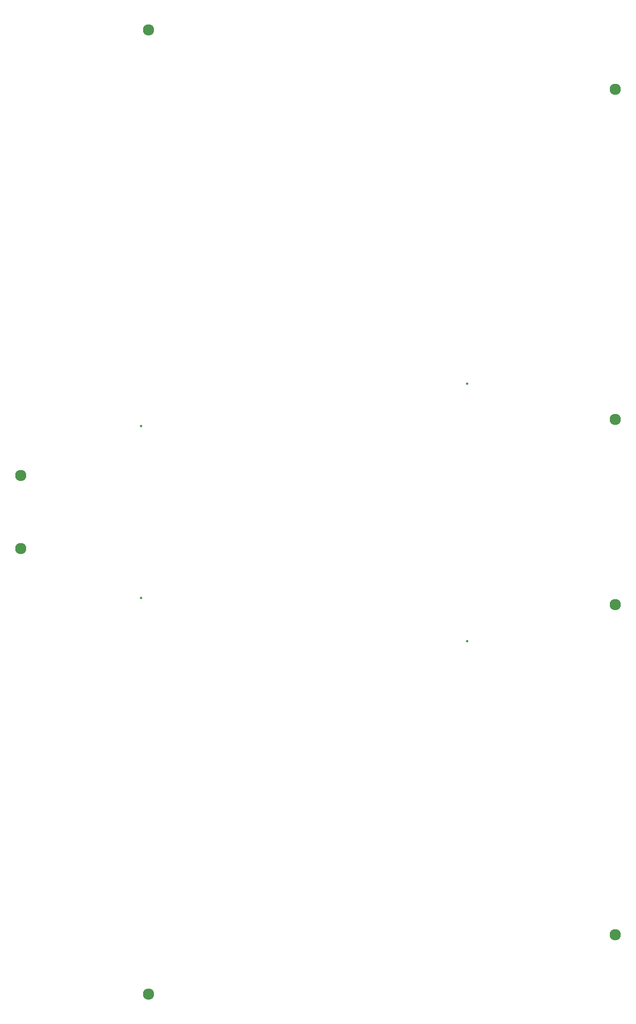
<source format=gtl>
G04 #@! TF.GenerationSoftware,KiCad,Pcbnew,5.0.2-bee76a0~70~ubuntu18.04.1*
G04 #@! TF.CreationDate,2019-06-12T22:26:29+09:00*
G04 #@! TF.ProjectId,bottom,626f7474-6f6d-42e6-9b69-6361645f7063,rev?*
G04 #@! TF.SameCoordinates,Original*
G04 #@! TF.FileFunction,Copper,L1,Top*
G04 #@! TF.FilePolarity,Positive*
%FSLAX46Y46*%
G04 Gerber Fmt 4.6, Leading zero omitted, Abs format (unit mm)*
G04 Created by KiCad (PCBNEW 5.0.2-bee76a0~70~ubuntu18.04.1) date 2019年06月12日 22時26分29秒*
%MOMM*%
%LPD*%
G01*
G04 APERTURE LIST*
G04 #@! TA.AperFunction,ComponentPad*
%ADD10C,2.300000*%
G04 #@! TD*
G04 #@! TA.AperFunction,ViaPad*
%ADD11C,0.500000*%
G04 #@! TD*
G04 APERTURE END LIST*
D10*
G04 #@! TO.P,Ref2,1*
G04 #@! TO.N,N/C*
X201912532Y-209244229D03*
G04 #@! TD*
G04 #@! TO.P,Ref1,1*
G04 #@! TO.N,N/C*
X106662532Y-221309229D03*
G04 #@! TD*
G04 #@! TO.P,Ref3,1*
G04 #@! TO.N,N/C*
X80627532Y-130504229D03*
G04 #@! TD*
G04 #@! TO.P,Ref5,1*
G04 #@! TO.N,N/C*
X201912532Y-141934229D03*
G04 #@! TD*
G04 #@! TO.P,Ref1,1*
G04 #@! TO.N,GND*
X106680000Y-24765000D03*
G04 #@! TD*
G04 #@! TO.P,Ref3,1*
G04 #@! TO.N,GND*
X80645000Y-115570000D03*
G04 #@! TD*
G04 #@! TO.P,Ref5,1*
G04 #@! TO.N,GND*
X201930000Y-104140000D03*
G04 #@! TD*
G04 #@! TO.P,Ref2,1*
G04 #@! TO.N,GND*
X201930000Y-36830000D03*
G04 #@! TD*
D11*
G04 #@! TO.N,*
X105156000Y-105537000D03*
X105156000Y-140589000D03*
X171704000Y-149352000D03*
X171704000Y-96901000D03*
G04 #@! TD*
M02*

</source>
